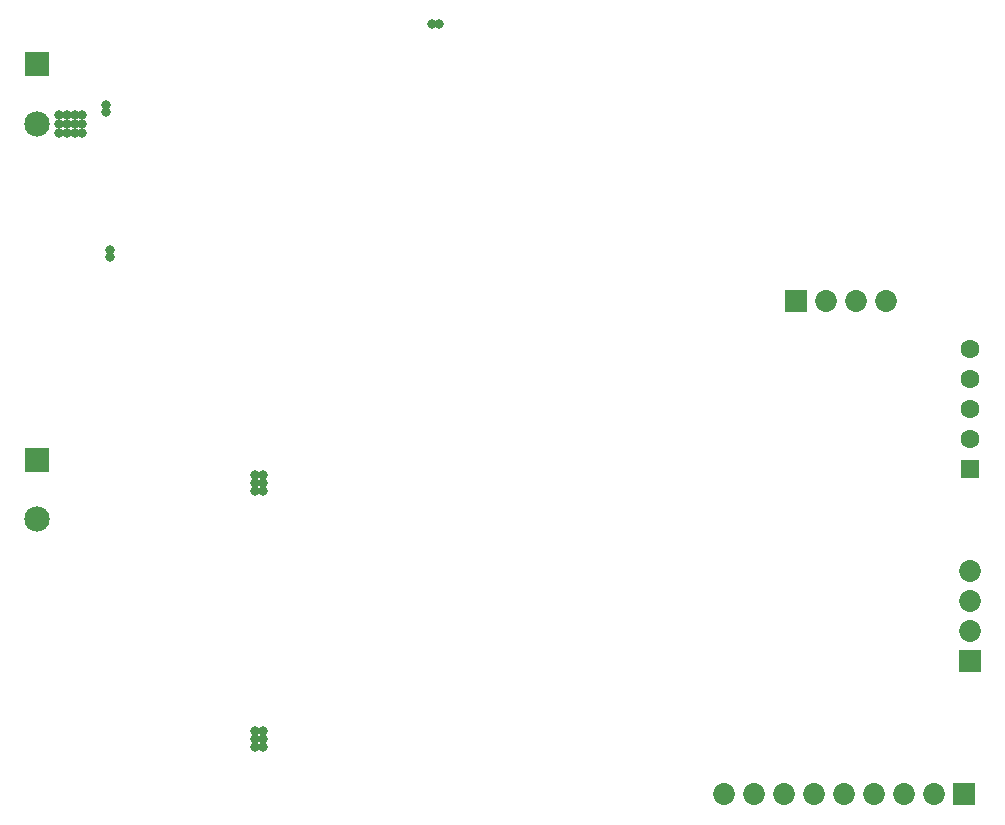
<source format=gbs>
G04*
G04 #@! TF.GenerationSoftware,Altium Limited,Altium Designer,24.2.2 (26)*
G04*
G04 Layer_Color=16711935*
%FSLAX44Y44*%
%MOMM*%
G71*
G04*
G04 #@! TF.SameCoordinates,F3FA609E-1BF8-4CEC-B42F-6BA8E99BA353*
G04*
G04*
G04 #@! TF.FilePolarity,Negative*
G04*
G01*
G75*
%ADD95C,2.1532*%
%ADD96R,2.1532X2.1532*%
%ADD97C,1.8532*%
%ADD98R,1.8532X1.8532*%
%ADD99R,1.6012X1.6012*%
%ADD100C,1.6012*%
%ADD101R,1.8532X1.8532*%
%ADD102C,0.8032*%
D95*
X580000Y1030000D02*
D03*
Y695250D02*
D03*
D96*
Y1080000D02*
D03*
Y745250D02*
D03*
D97*
X1238025Y462000D02*
D03*
X1288825D02*
D03*
X1161825D02*
D03*
X1187225D02*
D03*
X1212625D02*
D03*
X1263425D02*
D03*
X1339625D02*
D03*
X1314225D02*
D03*
X1299300Y879500D02*
D03*
X1273900D02*
D03*
X1248500D02*
D03*
X1370250Y651150D02*
D03*
Y625750D02*
D03*
Y600350D02*
D03*
D98*
X1365025Y462000D02*
D03*
X1223100Y879500D02*
D03*
D99*
X1370250Y737300D02*
D03*
D100*
Y762700D02*
D03*
Y788100D02*
D03*
Y813500D02*
D03*
Y838900D02*
D03*
D101*
Y574950D02*
D03*
D102*
X605568Y1037250D02*
D03*
Y1029500D02*
D03*
X618704Y1021750D02*
D03*
Y1029500D02*
D03*
Y1037250D02*
D03*
X612136Y1021750D02*
D03*
Y1029500D02*
D03*
Y1037250D02*
D03*
X605568Y1021750D02*
D03*
X599000D02*
D03*
Y1029500D02*
D03*
Y1037250D02*
D03*
X771636Y508875D02*
D03*
Y502000D02*
D03*
Y515750D02*
D03*
X764750Y501750D02*
D03*
Y515750D02*
D03*
Y508750D02*
D03*
X771636Y719000D02*
D03*
Y725875D02*
D03*
Y732750D02*
D03*
X764750Y718750D02*
D03*
Y725750D02*
D03*
Y732750D02*
D03*
X914750Y1114250D02*
D03*
X920750D02*
D03*
X642250Y922750D02*
D03*
Y916750D02*
D03*
X638750Y1040000D02*
D03*
Y1046000D02*
D03*
M02*

</source>
